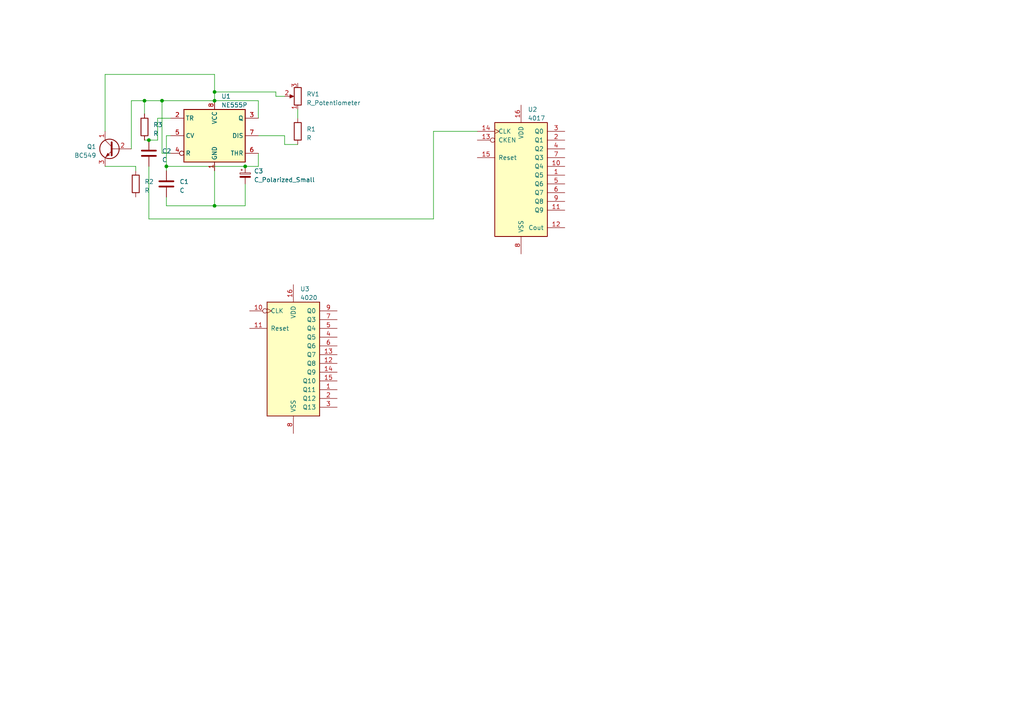
<source format=kicad_sch>
(kicad_sch (version 20230121) (generator eeschema)
  (paper "A4")
  (lib_symbols
    (symbol "4xxx:4017" (pin_names (offset 1.016))
      (property "Reference" "U" (at -7.62 16.51 0))
      (property "Value" "4017" (at -7.62 -19.05 0))
      (symbol "4017_1_0"
        (pin output line (at 12.7 0 180) (length 5.08) (name "Q5") (number "1"))
        (pin output line (at 12.7 2.54 180) (length 5.08) (name "Q4") (number "10"))
        (pin output line (at 12.7 -10.16 180) (length 5.08) (name "Q9") (number "11"))
        (pin output line (at 12.7 -15.24 180) (length 5.08) (name "Cout") (number "12"))
        (pin input inverted (at -12.7 10.16 0) (length 5.08) (name "CKEN") (number "13"))
        (pin input clock (at -12.7 12.7 0) (length 5.08) (name "CLK") (number "14"))
        (pin input line (at -12.7 5.08 0) (length 5.08) (name "Reset") (number "15"))
        (pin power_in line (at 0 20.32 270) (length 5.08) (name "VDD") (number "16"))
        (pin output line (at 12.7 10.16 180) (length 5.08) (name "Q1") (number "2"))
        (pin output line (at 12.7 12.7 180) (length 5.08) (name "Q0") (number "3"))
        (pin output line (at 12.7 7.62 180) (length 5.08) (name "Q2") (number "4"))
        (pin output line (at 12.7 -2.54 180) (length 5.08) (name "Q6") (number "5"))
        (pin output line (at 12.7 -5.08 180) (length 5.08) (name "Q7") (number "6"))
        (pin output line (at 12.7 5.08 180) (length 5.08) (name "Q3") (number "7"))
        (pin power_in line (at 0 -22.86 90) (length 5.08) (name "VSS") (number "8"))
        (pin output line (at 12.7 -7.62 180) (length 5.08) (name "Q8") (number "9"))
      )
      (symbol "4017_1_1"
        (rectangle (start -7.62 15.24) (end 7.62 -17.78) (stroke (width 0.254)) (fill (type background)))
      )
    )
    (symbol "4xxx:4020" (pin_names (offset 1.016))
      (property "Reference" "U" (at -7.62 16.51 0))
      (property "Value" "4020" (at -7.62 -19.05 0))
      (symbol "4020_1_0"
        (pin output line (at 12.7 -10.16 180) (length 5.08) (name "Q11") (number "1"))
        (pin input inverted_clock (at -12.7 12.7 0) (length 5.08) (name "CLK") (number "10"))
        (pin input line (at -12.7 7.62 0) (length 5.08) (name "Reset") (number "11"))
        (pin output line (at 12.7 -2.54 180) (length 5.08) (name "Q8") (number "12"))
        (pin output line (at 12.7 0 180) (length 5.08) (name "Q7") (number "13"))
        (pin output line (at 12.7 -5.08 180) (length 5.08) (name "Q9") (number "14"))
        (pin output line (at 12.7 -7.62 180) (length 5.08) (name "Q10") (number "15"))
        (pin power_in line (at 0 20.32 270) (length 5.08) (name "VDD") (number "16"))
        (pin output line (at 12.7 -12.7 180) (length 5.08) (name "Q12") (number "2"))
        (pin output line (at 12.7 -15.24 180) (length 5.08) (name "Q13") (number "3"))
        (pin output line (at 12.7 5.08 180) (length 5.08) (name "Q5") (number "4"))
        (pin output line (at 12.7 7.62 180) (length 5.08) (name "Q4") (number "5"))
        (pin output line (at 12.7 2.54 180) (length 5.08) (name "Q6") (number "6"))
        (pin output line (at 12.7 10.16 180) (length 5.08) (name "Q3") (number "7"))
        (pin power_in line (at 0 -22.86 90) (length 5.08) (name "VSS") (number "8"))
        (pin output line (at 12.7 12.7 180) (length 5.08) (name "Q0") (number "9"))
      )
      (symbol "4020_1_1"
        (rectangle (start -7.62 15.24) (end 7.62 -17.78) (stroke (width 0.254)) (fill (type background)))
      )
    )
    (symbol "Device:C" (pin_numbers hide) (pin_names (offset 0.254))
      (property "Reference" "C" (at 0.635 2.54 0))
      (property "Value" "C" (at 0.635 -2.54 0))
      (symbol "C_0_1"
        (polyline (pts (xy -2.032 -0.762) (xy 2.032 -0.762)) (stroke (width 0.508)))
        (polyline (pts (xy -2.032 0.762) (xy 2.032 0.762)) (stroke (width 0.508)))
      )
      (symbol "C_1_1"
        (pin passive line (at 0 3.81 270) (length 2.794) (name "~") (number "1"))
        (pin passive line (at 0 -3.81 90) (length 2.794) (name "~") (number "2"))
      )
    )
    (symbol "Device:C_Polarized_Small" (pin_numbers hide) (pin_names (offset 0.254) hide)
      (property "Reference" "C" (at 0.254 1.778 0))
      (property "Value" "C_Polarized_Small" (at 0.254 -2.032 0))
      (symbol "C_Polarized_Small_0_1"
        (rectangle (start -1.524 -0.3048) (end 1.524 -0.6858) (fill (type outline)))
        (rectangle (start -1.524 0.6858) (end 1.524 0.3048))
        (polyline (pts (xy -1.27 1.524) (xy -0.762 1.524)))
        (polyline (pts (xy -1.016 1.27) (xy -1.016 1.778)))
      )
      (symbol "C_Polarized_Small_1_1"
        (pin passive line (at 0 2.54 270) (length 1.8542) (name "~") (number "1"))
        (pin passive line (at 0 -2.54 90) (length 1.8542) (name "~") (number "2"))
      )
    )
    (symbol "Device:R" (pin_numbers hide) (pin_names (offset 0))
      (property "Reference" "R" (at 2.032 0 90))
      (property "Value" "R" (at 0 0 90))
      (symbol "R_0_1"
        (rectangle (start -1.016 -2.54) (end 1.016 2.54) (stroke (width 0.254)))
      )
      (symbol "R_1_1"
        (pin passive line (at 0 3.81 270) (length 1.27) (name "~") (number "1"))
        (pin passive line (at 0 -3.81 90) (length 1.27) (name "~") (number "2"))
      )
    )
    (symbol "Device:R_Potentiometer" (pin_names (offset 1.016) hide)
      (property "Reference" "RV" (at -4.445 0 90))
      (property "Value" "R_Potentiometer" (at -2.54 0 90))
      (symbol "R_Potentiometer_0_1"
        (polyline (pts (xy 2.54 0) (xy 1.524 0)))
        (polyline (pts (xy 1.143 0) (xy 2.286 0.508) (xy 2.286 -0.508) (xy 1.143 0)) (fill (type outline)))
        (rectangle (start 1.016 2.54) (end -1.016 -2.54) (stroke (width 0.254)))
      )
      (symbol "R_Potentiometer_1_1"
        (pin passive line (at 0 3.81 270) (length 1.27) (name "1") (number "1"))
        (pin passive line (at 3.81 0 180) (length 1.27) (name "2") (number "2"))
        (pin passive line (at 0 -3.81 90) (length 1.27) (name "3") (number "3"))
      )
    )
    (symbol "Timer:NE555P"
      (property "Reference" "U" (at -10.16 8.89 0))
      (property "Value" "NE555P" (at 2.54 8.89 0))
      (symbol "NE555P_0_0"
        (pin power_in line (at 0 -10.16 90) (length 2.54) (name "GND") (number "1"))
        (pin power_in line (at 0 10.16 270) (length 2.54) (name "VCC") (number "8"))
      )
      (symbol "NE555P_0_1"
        (rectangle (start -8.89 -7.62) (end 8.89 7.62) (stroke (width 0.254)) (fill (type background)))
        (rectangle (start -8.89 -7.62) (end 8.89 7.62) (stroke (width 0.254)) (fill (type background)))
      )
      (symbol "NE555P_1_1"
        (pin input line (at -12.7 5.08 0) (length 3.81) (name "TR") (number "2"))
        (pin output line (at 12.7 5.08 180) (length 3.81) (name "Q") (number "3"))
        (pin input inverted (at -12.7 -5.08 0) (length 3.81) (name "R") (number "4"))
        (pin input line (at -12.7 0 0) (length 3.81) (name "CV") (number "5"))
        (pin input line (at 12.7 -5.08 180) (length 3.81) (name "THR") (number "6"))
        (pin input line (at 12.7 0 180) (length 3.81) (name "DIS") (number "7"))
      )
    )
    (symbol "Transistor_BJT:BC549" (pin_names (offset 0) hide)
      (property "Reference" "Q" (at 5.08 1.905 0))
      (property "Value" "BC549" (at 5.08 0 0))
      (symbol "BC549_0_1"
        (polyline (pts (xy 0 0) (xy 0.635 0)))
        (polyline (pts (xy 0.635 0.635) (xy 2.54 2.54)))
        (polyline (pts (xy 0.635 -0.635) (xy 2.54 -2.54) (xy 2.54 -2.54)))
        (polyline (pts (xy 0.635 1.905) (xy 0.635 -1.905) (xy 0.635 -1.905)) (stroke (width 0.508)))
        (polyline (pts (xy 1.27 -1.778) (xy 1.778 -1.27) (xy 2.286 -2.286) (xy 1.27 -1.778) (xy 1.27 -1.778)) (fill (type outline)))
        (circle (center 1.27 0) (radius 2.8194) (stroke (width 0.254)))
      )
      (symbol "BC549_1_1"
        (pin passive line (at 2.54 5.08 270) (length 2.54) (name "C") (number "1"))
        (pin input line (at -5.08 0 0) (length 5.08) (name "B") (number "2"))
        (pin passive line (at 2.54 -5.08 90) (length 2.54) (name "E") (number "3"))
      )
    )
  )
  (junction (at 41.91 29.21))
  (junction (at 62.23 59.69))
  (junction (at 71.12 48.26))
  (junction (at 46.99 29.21))
  (junction (at 43.18 40.64))
  (junction (at 62.23 29.21))
  (junction (at 48.26 48.26))
  (junction (at 62.23 26.67))
  (wire (pts (xy 30.48 48.26) (xy 39.37 48.26)))
  (wire (pts (xy 41.91 29.21) (xy 46.99 29.21)))
  (wire (pts (xy 74.93 29.21) (xy 74.93 34.29)))
  (wire (pts (xy 38.1 29.21) (xy 41.91 29.21)))
  (wire (pts (xy 48.26 48.26) (xy 71.12 48.26)))
  (wire (pts (xy 62.23 26.67) (xy 62.23 29.21)))
  (wire (pts (xy 43.18 48.26) (xy 43.18 63.5)))
  (wire (pts (xy 62.23 49.53) (xy 62.23 59.69)))
  (wire (pts (xy 71.12 53.34) (xy 71.12 59.69)))
  (wire (pts (xy 46.99 29.21) (xy 62.23 29.21)))
  (wire (pts (xy 45.72 40.64) (xy 45.72 34.29)))
  (wire (pts (xy 74.93 39.37) (xy 82.55 39.37)))
  (wire (pts (xy 62.23 59.69) (xy 71.12 59.69)))
  (wire (pts (xy 48.26 39.37) (xy 48.26 48.26)))
  (wire (pts (xy 41.91 40.64) (xy 43.18 40.64)))
  (wire (pts (xy 39.37 48.26) (xy 39.37 49.53)))
  (wire (pts (xy 71.12 48.26) (xy 74.93 48.26)))
  (wire (pts (xy 82.55 41.91) (xy 86.36 41.91)))
  (wire (pts (xy 62.23 29.21) (xy 74.93 29.21)))
  (wire (pts (xy 62.23 26.67) (xy 80.01 26.67)))
  (wire (pts (xy 43.18 63.5) (xy 125.73 63.5)))
  (wire (pts (xy 48.26 48.26) (xy 48.26 49.53)))
  (wire (pts (xy 49.53 44.45) (xy 46.99 44.45)))
  (wire (pts (xy 125.73 63.5) (xy 125.73 38.1)))
  (wire (pts (xy 49.53 39.37) (xy 48.26 39.37)))
  (wire (pts (xy 82.55 39.37) (xy 82.55 41.91)))
  (wire (pts (xy 80.01 27.94) (xy 82.55 27.94)))
  (wire (pts (xy 38.1 43.18) (xy 38.1 29.21)))
  (wire (pts (xy 46.99 29.21) (xy 46.99 44.45)))
  (wire (pts (xy 43.18 40.64) (xy 45.72 40.64)))
  (wire (pts (xy 80.01 26.67) (xy 80.01 27.94)))
  (wire (pts (xy 62.23 21.59) (xy 62.23 26.67)))
  (wire (pts (xy 45.72 34.29) (xy 49.53 34.29)))
  (wire (pts (xy 30.48 21.59) (xy 62.23 21.59)))
  (wire (pts (xy 74.93 44.45) (xy 74.93 48.26)))
  (wire (pts (xy 48.26 57.15) (xy 48.26 59.69)))
  (wire (pts (xy 86.36 31.75) (xy 86.36 34.29)))
  (wire (pts (xy 30.48 38.1) (xy 30.48 21.59)))
  (wire (pts (xy 125.73 38.1) (xy 138.43 38.1)))
  (wire (pts (xy 41.91 29.21) (xy 41.91 33.02)))
  (wire (pts (xy 48.26 59.69) (xy 62.23 59.69)))
  (symbol (lib_id "Device:C") (at 48.26 53.34 0) (unit 1)
    (property "Reference" "C1" (at 52.07 52.705 0) (effects (justify left)))
    (property "Value" "C" (at 52.07 55.245 0) (effects (justify left)))
  )
  (symbol (lib_id "Timer:NE555P") (at 62.23 39.37 0) (unit 1)
    (property "Reference" "U1" (at 64.1859 27.94 0) (effects (justify left)))
    (property "Value" "NE555P" (at 64.1859 30.48 0) (effects (justify left)))
    (property "Footprint" "Package_DIP:DIP-8_W7.62mm" (effects hide))
    (property "Datasheet" "http://www.ti.com/lit/ds/symlink/ne555.pdf" (effects hide))
  )
  (symbol (lib_id "Transistor_BJT:BC549") (at 33.02 43.18 0) (mirror y) (unit 1)
    (property "Reference" "Q1" (at 27.94 42.545 0) (effects (justify left)))
    (property "Value" "BC549" (at 27.94 45.085 0) (effects (justify left)))
    (property "Footprint" "Package_TO_SOT_THT:TO-92_Inline" (effects hide))
    (property "Datasheet" "https://www.onsemi.com/pub/Collateral/BC550-D.pdf" (effects hide))
  )
  (symbol (lib_id "Device:C") (at 43.18 44.45 0) (unit 1)
    (property "Reference" "C2" (at 46.99 43.815 0) (effects (justify left)))
    (property "Value" "C" (at 46.99 46.355 0) (effects (justify left)))
  )
  (symbol (lib_id "4xxx:4017") (at 151.13 50.8 0) (unit 1)
    (property "Reference" "U2" (at 153.0859 31.75 0) (effects (justify left)))
    (property "Value" "4017" (at 153.0859 34.29 0) (effects (justify left)))
    (property "Datasheet" "http://www.intersil.com/content/dam/Intersil/documents/cd40/cd4017bms-22bms.pdf" (effects hide))
  )
  (symbol (lib_id "Device:C_Polarized_Small") (at 71.12 50.8 0) (unit 1)
    (property "Reference" "C3" (at 73.66 49.6189 0) (effects (justify left)))
    (property "Value" "C_Polarized_Small" (at 73.66 52.1589 0) (effects (justify left)))
  )
  (symbol (lib_id "Device:R") (at 39.37 53.34 0) (unit 1)
    (property "Reference" "R2" (at 41.91 52.705 0) (effects (justify left)))
    (property "Value" "R" (at 41.91 55.245 0) (effects (justify left)))
  )
  (symbol (lib_id "Device:R_Potentiometer") (at 86.36 27.94 180) (unit 1)
    (property "Reference" "RV1" (at 88.9 27.305 0) (effects (justify right)))
    (property "Value" "R_Potentiometer" (at 88.9 29.845 0) (effects (justify right)))
  )
  (symbol (lib_id "Device:R") (at 86.36 38.1 0) (unit 1)
    (property "Reference" "R1" (at 88.9 37.465 0) (effects (justify left)))
    (property "Value" "R" (at 88.9 40.005 0) (effects (justify left)))
  )
  (symbol (lib_id "Device:R") (at 41.91 36.83 0) (unit 1)
    (property "Reference" "R3" (at 44.45 36.195 0) (effects (justify left)))
    (property "Value" "R" (at 44.45 38.735 0) (effects (justify left)))
  )
  (symbol (lib_id "4xxx:4020") (at 85.09 102.87 0) (unit 1)
    (property "Reference" "U3" (at 87.0459 83.82 0) (effects (justify left)))
    (property "Value" "4020" (at 87.0459 86.36 0) (effects (justify left)))
    (property "Datasheet" "http://www.intersil.com/content/dam/Intersil/documents/cd40/cd4020bms-24bms-40bms.pdf" (effects hide))
  )
)
</source>
